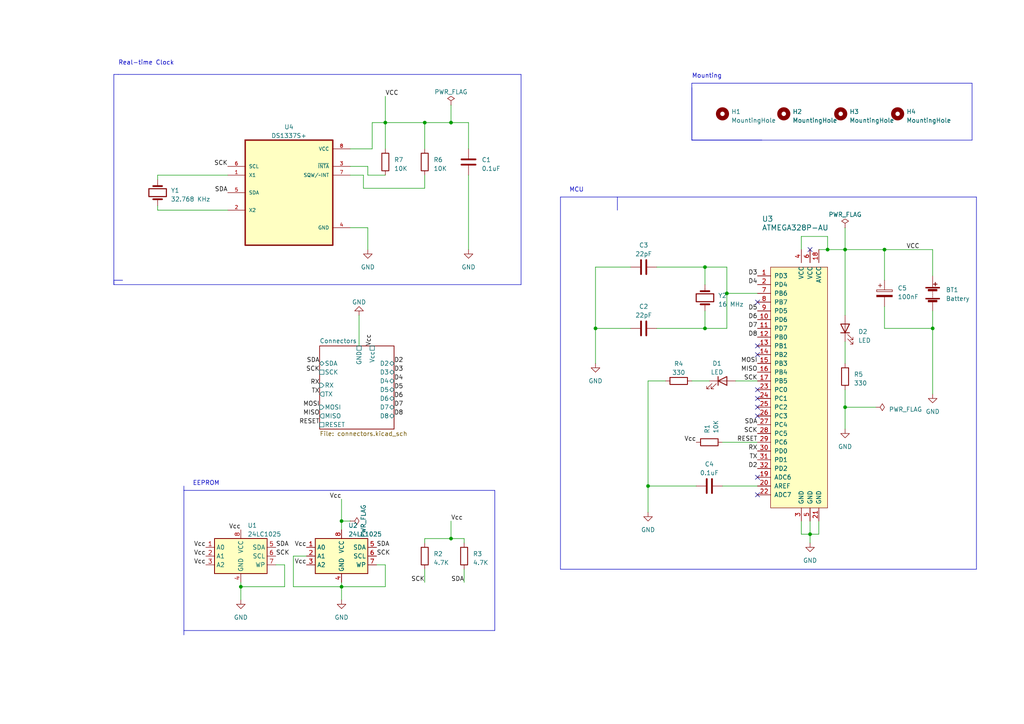
<source format=kicad_sch>
(kicad_sch (version 20230121) (generator eeschema)
  (paper "A4")
  (title_block (title "${project_name}") (date "2023-08-18") (rev "1") (comment 1 "Test project"))
  (lib_symbols
    (symbol "DS1337S_:DS1337S+" (pin_names (offset 1.016))
      (property "Reference" "U" (at -12.7 16.24 0))
      (property "Value" "DS1337S+" (at -12.7 -19.24 0))
      (symbol "DS1337S+_0_0"
        (rectangle (start -12.7 -15.24) (end 12.7 15.24) (stroke (width 0.41)) (fill (type background)))
        (pin input line (at -17.78 5.08 0) (length 5.08) (name "X1") (number "1"))
        (pin bidirectional line (at -17.78 -5.08 0) (length 5.08) (name "X2") (number "2"))
        (pin output line (at 17.78 7.62 180) (length 5.08) (name "~{INTA}") (number "3"))
        (pin power_in line (at 17.78 -10.16 180) (length 5.08) (name "GND") (number "4"))
        (pin bidirectional line (at -17.78 0 0) (length 5.08) (name "SDA") (number "5"))
        (pin input line (at -17.78 7.62 0) (length 5.08) (name "SCL") (number "6"))
        (pin output line (at 17.78 5.08 180) (length 5.08) (name "SQW/~INT") (number "7"))
        (pin power_in line (at 17.78 12.7 180) (length 5.08) (name "VCC") (number "8"))
      )
    )
    (symbol "Device:Battery" (pin_numbers hide) (pin_names (offset 0) hide)
      (property "Reference" "BT" (at 2.54 2.54 0))
      (property "Value" "Battery" (at 2.54 0 0))
      (symbol "Battery_0_1"
        (rectangle (start -2.032 -1.397) (end 2.032 -1.651) (fill (type outline)))
        (rectangle (start -2.032 1.778) (end 2.032 1.524) (fill (type outline)))
        (rectangle (start -1.3208 -1.9812) (end 1.27 -2.4892) (fill (type outline)))
        (rectangle (start -1.3208 1.1938) (end 1.27 0.6858) (fill (type outline)))
        (polyline (pts (xy 0 -1.524) (xy 0 -1.27)))
        (polyline (pts (xy 0 -1.016) (xy 0 -0.762)))
        (polyline (pts (xy 0 -0.508) (xy 0 -0.254)))
        (polyline (pts (xy 0 0) (xy 0 0.254)))
        (polyline (pts (xy 0 0.508) (xy 0 0.762)))
        (polyline (pts (xy 0 1.778) (xy 0 2.54)))
        (polyline (pts (xy 0.254 2.667) (xy 1.27 2.667)) (stroke (width 0.254)))
        (polyline (pts (xy 0.762 3.175) (xy 0.762 2.159)) (stroke (width 0.254)))
      )
      (symbol "Battery_1_1"
        (pin passive line (at 0 5.08 270) (length 2.54) (name "+") (number "1"))
        (pin passive line (at 0 -5.08 90) (length 2.54) (name "-") (number "2"))
      )
    )
    (symbol "Device:C" (pin_numbers hide) (pin_names (offset 0.254))
      (property "Reference" "C" (at 0.635 2.54 0))
      (property "Value" "C" (at 0.635 -2.54 0))
      (symbol "C_0_1"
        (polyline (pts (xy -2.032 -0.762) (xy 2.032 -0.762)) (stroke (width 0.508)))
        (polyline (pts (xy -2.032 0.762) (xy 2.032 0.762)) (stroke (width 0.508)))
      )
      (symbol "C_1_1"
        (pin passive line (at 0 3.81 270) (length 2.794) (name "~") (number "1"))
        (pin passive line (at 0 -3.81 90) (length 2.794) (name "~") (number "2"))
      )
    )
    (symbol "Device:C_Polarized" (pin_numbers hide) (pin_names (offset 0.254))
      (property "Reference" "C" (at 0.635 2.54 0))
      (property "Value" "C_Polarized" (at 0.635 -2.54 0))
      (symbol "C_Polarized_0_1"
        (rectangle (start -2.286 0.508) (end 2.286 1.016))
        (polyline (pts (xy -1.778 2.286) (xy -0.762 2.286)))
        (polyline (pts (xy -1.27 2.794) (xy -1.27 1.778)))
        (rectangle (start 2.286 -0.508) (end -2.286 -1.016) (fill (type outline)))
      )
      (symbol "C_Polarized_1_1"
        (pin passive line (at 0 3.81 270) (length 2.794) (name "~") (number "1"))
        (pin passive line (at 0 -3.81 90) (length 2.794) (name "~") (number "2"))
      )
    )
    (symbol "Device:Crystal" (pin_numbers hide) (pin_names (offset 1.016) hide)
      (property "Reference" "Y" (at 0 3.81 0))
      (property "Value" "Crystal" (at 0 -3.81 0))
      (symbol "Crystal_0_1"
        (rectangle (start -1.143 2.54) (end 1.143 -2.54) (stroke (width 0.3048)))
        (polyline (pts (xy -2.54 0) (xy -1.905 0)))
        (polyline (pts (xy -1.905 -1.27) (xy -1.905 1.27)) (stroke (width 0.508)))
        (polyline (pts (xy 1.905 -1.27) (xy 1.905 1.27)) (stroke (width 0.508)))
        (polyline (pts (xy 2.54 0) (xy 1.905 0)))
      )
      (symbol "Crystal_1_1"
        (pin passive line (at -3.81 0 0) (length 1.27) (name "1") (number "1"))
        (pin passive line (at 3.81 0 180) (length 1.27) (name "2") (number "2"))
      )
    )
    (symbol "Device:LED" (pin_numbers hide) (pin_names (offset 1.016) hide)
      (property "Reference" "D" (at 0 2.54 0))
      (property "Value" "LED" (at 0 -2.54 0))
      (symbol "LED_0_1"
        (polyline (pts (xy -1.27 -1.27) (xy -1.27 1.27)) (stroke (width 0.254)))
        (polyline (pts (xy -1.27 0) (xy 1.27 0)))
        (polyline (pts (xy 1.27 -1.27) (xy 1.27 1.27) (xy -1.27 0) (xy 1.27 -1.27)) (stroke (width 0.254)))
        (polyline (pts (xy -3.048 -0.762) (xy -4.572 -2.286) (xy -3.81 -2.286) (xy -4.572 -2.286) (xy -4.572 -1.524)))
        (polyline (pts (xy -1.778 -0.762) (xy -3.302 -2.286) (xy -2.54 -2.286) (xy -3.302 -2.286) (xy -3.302 -1.524)))
      )
      (symbol "LED_1_1"
        (pin passive line (at -3.81 0 0) (length 2.54) (name "K") (number "1"))
        (pin passive line (at 3.81 0 180) (length 2.54) (name "A") (number "2"))
      )
    )
    (symbol "Device:R" (pin_numbers hide) (pin_names (offset 0))
      (property "Reference" "R" (at 2.032 0 90))
      (property "Value" "R" (at 0 0 90))
      (symbol "R_0_1"
        (rectangle (start -1.016 -2.54) (end 1.016 2.54) (stroke (width 0.254)))
      )
      (symbol "R_1_1"
        (pin passive line (at 0 3.81 270) (length 1.27) (name "~") (number "1"))
        (pin passive line (at 0 -3.81 90) (length 1.27) (name "~") (number "2"))
      )
    )
    (symbol "Mechanical:MountingHole" (pin_names (offset 1.016))
      (property "Reference" "H" (at 0 5.08 0))
      (property "Value" "MountingHole" (at 0 3.175 0))
      (symbol "MountingHole_0_1"
        (circle (center 0 0) (radius 1.27) (stroke (width 1.27)))
      )
    )
    (symbol "Memory_EEPROM:24LC1025"
      (property "Reference" "U" (at -6.35 6.35 0))
      (property "Value" "24LC1025" (at 1.27 6.35 0))
      (symbol "24LC1025_1_1"
        (rectangle (start -7.62 5.08) (end 7.62 -5.08) (stroke (width 0.254)) (fill (type background)))
        (pin input line (at -10.16 2.54 0) (length 2.54) (name "A0") (number "1"))
        (pin input line (at -10.16 0 0) (length 2.54) (name "A1") (number "2"))
        (pin input line (at -10.16 -2.54 0) (length 2.54) (name "A2") (number "3"))
        (pin power_in line (at 0 -7.62 90) (length 2.54) (name "GND") (number "4"))
        (pin bidirectional line (at 10.16 2.54 180) (length 2.54) (name "SDA") (number "5"))
        (pin input line (at 10.16 0 180) (length 2.54) (name "SCL") (number "6"))
        (pin input line (at 10.16 -2.54 180) (length 2.54) (name "WP") (number "7"))
        (pin power_in line (at 0 7.62 270) (length 2.54) (name "VCC") (number "8"))
      )
    )
    (symbol "dk_Embedded-Microcontrollers:ATMEGA328P-AU" (pin_names (offset 1.016))
      (property "Reference" "U" (at -8.89 38.1 0))
      (property "Value" "ATMEGA328P-AU" (at 2.54 1.27 90))
      (symbol "ATMEGA328P-AU_0_1"
        (rectangle (start -8.89 35.56) (end 7.62 -34.29) (fill (type background)))
      )
      (symbol "ATMEGA328P-AU_1_1"
        (pin bidirectional line (at -12.7 33.02 0) (length 3.81) (name "PD3") (number "1"))
        (pin bidirectional line (at -12.7 20.32 0) (length 3.81) (name "PD6") (number "10"))
        (pin bidirectional line (at -12.7 17.78 0) (length 3.81) (name "PD7") (number "11"))
        (pin bidirectional line (at -12.7 15.24 0) (length 3.81) (name "PB0") (number "12"))
        (pin bidirectional line (at -12.7 12.7 0) (length 3.81) (name "PB1") (number "13"))
        (pin bidirectional line (at -12.7 10.16 0) (length 3.81) (name "PB2") (number "14"))
        (pin bidirectional line (at -12.7 7.62 0) (length 3.81) (name "PB3") (number "15"))
        (pin bidirectional line (at -12.7 5.08 0) (length 3.81) (name "PB4") (number "16"))
        (pin bidirectional line (at -12.7 2.54 0) (length 3.81) (name "PB5") (number "17"))
        (pin power_in line (at 5.08 40.64 270) (length 3.81) (name "AVCC") (number "18"))
        (pin input line (at -12.7 -25.4 0) (length 3.81) (name "ADC6") (number "19"))
        (pin bidirectional line (at -12.7 30.48 0) (length 3.81) (name "PD4") (number "2"))
        (pin input line (at -12.7 -27.94 0) (length 3.81) (name "AREF") (number "20"))
        (pin power_in line (at 5.08 -38.1 90) (length 3.81) (name "GND") (number "21"))
        (pin input line (at -12.7 -30.48 0) (length 3.81) (name "ADC7") (number "22"))
        (pin bidirectional line (at -12.7 0 0) (length 3.81) (name "PC0") (number "23"))
        (pin bidirectional line (at -12.7 -2.54 0) (length 3.81) (name "PC1") (number "24"))
        (pin bidirectional line (at -12.7 -5.08 0) (length 3.81) (name "PC2") (number "25"))
        (pin bidirectional line (at -12.7 -7.62 0) (length 3.81) (name "PC3") (number "26"))
        (pin bidirectional line (at -12.7 -10.16 0) (length 3.81) (name "PC4") (number "27"))
        (pin bidirectional line (at -12.7 -12.7 0) (length 3.81) (name "PC5") (number "28"))
        (pin bidirectional line (at -12.7 -15.24 0) (length 3.81) (name "PC6") (number "29"))
        (pin power_in line (at 0 -38.1 90) (length 3.81) (name "GND") (number "3"))
        (pin bidirectional line (at -12.7 -17.78 0) (length 3.81) (name "PD0") (number "30"))
        (pin bidirectional line (at -12.7 -20.32 0) (length 3.81) (name "PD1") (number "31"))
        (pin bidirectional line (at -12.7 -22.86 0) (length 3.81) (name "PD2") (number "32"))
        (pin power_in line (at 0 40.64 270) (length 3.81) (name "VCC") (number "4"))
        (pin power_in line (at 2.54 -38.1 90) (length 3.81) (name "GND") (number "5"))
        (pin power_in line (at 2.54 40.64 270) (length 3.81) (name "VCC") (number "6"))
        (pin bidirectional line (at -12.7 27.94 0) (length 3.81) (name "PB6") (number "7"))
        (pin bidirectional line (at -12.7 25.4 0) (length 3.81) (name "PB7") (number "8"))
        (pin bidirectional line (at -12.7 22.86 0) (length 3.81) (name "PD5") (number "9"))
      )
    )
    (symbol "power:GND" (power) (pin_names (offset 0))
      (property "Value" "GND" (at 0 -3.81 0))
      (symbol "GND_0_1"
        (polyline (pts (xy 0 0) (xy 0 -1.27) (xy 1.27 -1.27) (xy 0 -2.54) (xy -1.27 -1.27) (xy 0 -1.27)))
      )
      (symbol "GND_1_1"
        (pin power_in line (at 0 0 270) (length 0) hide (name "GND") (number "1"))
      )
    )
    (symbol "power:PWR_FLAG" (power) (pin_numbers hide) (pin_names (offset 0) hide)
      (property "Value" "PWR_FLAG" (at 0 3.81 0))
      (symbol "PWR_FLAG_0_0"
        (pin power_out line (at 0 0 90) (length 0) (name "pwr") (number "1"))
      )
      (symbol "PWR_FLAG_0_1"
        (polyline (pts (xy 0 0) (xy 0 1.27) (xy -1.016 1.905) (xy 0 2.54) (xy 1.016 1.905) (xy 0 1.27)))
      )
    )
  )
  (junction (at 69.85 170.18))
  (junction (at 130.81 35.56))
  (junction (at 187.96 140.97))
  (junction (at 204.47 95.25))
  (junction (at 270.51 95.25))
  (junction (at 240.03 72.39))
  (junction (at 130.81 156.21))
  (junction (at 245.11 118.11))
  (junction (at 245.11 72.39))
  (junction (at 123.19 35.56))
  (junction (at 234.95 154.94))
  (junction (at 204.47 77.47))
  (junction (at 99.06 151.13))
  (junction (at 210.82 85.09))
  (junction (at 256.54 72.39))
  (junction (at 172.72 95.25))
  (junction (at 111.76 35.56))
  (junction (at 99.06 170.18))
  (no_connect (at 234.95 72.39))
  (no_connect (at 219.71 118.11))
  (no_connect (at 219.71 138.43))
  (no_connect (at 219.71 102.87))
  (no_connect (at 219.71 120.65))
  (no_connect (at 219.71 115.57))
  (no_connect (at 219.71 113.03))
  (no_connect (at 219.71 143.51))
  (no_connect (at 219.71 100.33))
  (no_connect (at 219.71 87.63))
  (polyline (pts (xy 162.56 165.1) (xy 283.21 165.1)))
  (wire (pts (xy 130.81 151.13) (xy 130.81 156.21)))
  (wire (pts (xy 237.49 72.39) (xy 240.03 72.39)))
  (polyline (pts (xy 162.56 57.15) (xy 283.21 57.15)))
  (wire (pts (xy 256.54 81.28) (xy 256.54 72.39)))
  (wire (pts (xy 210.82 85.09) (xy 210.82 95.25)))
  (wire (pts (xy 232.41 154.94) (xy 234.95 154.94)))
  (wire (pts (xy 80.01 163.83) (xy 82.55 163.83)))
  (wire (pts (xy 204.47 95.25) (xy 210.82 95.25)))
  (wire (pts (xy 182.88 95.25) (xy 172.72 95.25)))
  (wire (pts (xy 135.89 50.8) (xy 135.89 72.39)))
  (wire (pts (xy 245.11 72.39) (xy 245.11 91.44)))
  (wire (pts (xy 85.09 170.18) (xy 99.06 170.18)))
  (wire (pts (xy 101.6 43.18) (xy 107.95 43.18)))
  (wire (pts (xy 69.85 168.91) (xy 69.85 170.18)))
  (wire (pts (xy 106.68 66.04) (xy 106.68 72.39)))
  (wire (pts (xy 201.93 140.97) (xy 187.96 140.97)))
  (wire (pts (xy 213.36 110.49) (xy 219.71 110.49)))
  (wire (pts (xy 123.19 54.61) (xy 123.19 50.8)))
  (wire (pts (xy 200.66 110.49) (xy 205.74 110.49)))
  (wire (pts (xy 99.06 170.18) (xy 99.06 173.99)))
  (wire (pts (xy 204.47 77.47) (xy 204.47 82.55)))
  (wire (pts (xy 105.41 54.61) (xy 123.19 54.61)))
  (wire (pts (xy 82.55 163.83) (xy 82.55 170.18)))
  (wire (pts (xy 245.11 113.03) (xy 245.11 118.11)))
  (wire (pts (xy 219.71 85.09) (xy 210.82 85.09)))
  (wire (pts (xy 88.9 161.29) (xy 85.09 161.29)))
  (wire (pts (xy 66.04 50.8) (xy 45.72 50.8)))
  (wire (pts (xy 245.11 66.04) (xy 245.11 72.39)))
  (wire (pts (xy 172.72 77.47) (xy 172.72 95.25)))
  (wire (pts (xy 69.85 170.18) (xy 69.85 173.99)))
  (wire (pts (xy 123.19 165.1) (xy 123.19 168.91)))
  (wire (pts (xy 85.09 161.29) (xy 85.09 170.18)))
  (wire (pts (xy 111.76 35.56) (xy 111.76 43.18)))
  (polyline (pts (xy 151.13 21.59) (xy 151.13 82.55)))
  (wire (pts (xy 106.68 50.8) (xy 111.76 50.8)))
  (wire (pts (xy 232.41 68.58) (xy 240.03 68.58)))
  (polyline (pts (xy 200.66 24.13) (xy 200.66 40.64)))
  (wire (pts (xy 135.89 35.56) (xy 135.89 43.18)))
  (wire (pts (xy 209.55 128.27) (xy 219.71 128.27)))
  (wire (pts (xy 134.62 156.21) (xy 130.81 156.21)))
  (polyline (pts (xy 34.29 21.59) (xy 151.13 21.59)))
  (wire (pts (xy 130.81 156.21) (xy 123.19 156.21)))
  (wire (pts (xy 111.76 170.18) (xy 99.06 170.18)))
  (polyline (pts (xy 179.07 57.15) (xy 179.07 60.96)))
  (wire (pts (xy 256.54 95.25) (xy 270.51 95.25)))
  (wire (pts (xy 104.14 91.44) (xy 104.14 100.33)))
  (wire (pts (xy 187.96 110.49) (xy 187.96 140.97)))
  (wire (pts (xy 245.11 118.11) (xy 254 118.11)))
  (wire (pts (xy 234.95 154.94) (xy 234.95 157.48)))
  (wire (pts (xy 232.41 151.13) (xy 232.41 154.94)))
  (wire (pts (xy 190.5 95.25) (xy 204.47 95.25)))
  (wire (pts (xy 109.22 163.83) (xy 111.76 163.83)))
  (wire (pts (xy 101.6 48.26) (xy 106.68 48.26)))
  (polyline (pts (xy 33.02 21.59) (xy 34.29 21.59)))
  (wire (pts (xy 234.95 151.13) (xy 234.95 154.94)))
  (wire (pts (xy 256.54 88.9) (xy 256.54 95.25)))
  (wire (pts (xy 99.06 151.13) (xy 101.6 151.13)))
  (polyline (pts (xy 281.94 40.64) (xy 281.94 24.13)))
  (wire (pts (xy 123.19 35.56) (xy 123.19 43.18)))
  (wire (pts (xy 187.96 140.97) (xy 187.96 148.59)))
  (wire (pts (xy 45.72 60.96) (xy 66.04 60.96)))
  (polyline (pts (xy 200.66 40.64) (xy 281.94 40.64)))
  (wire (pts (xy 99.06 151.13) (xy 99.06 153.67)))
  (polyline (pts (xy 53.34 142.24) (xy 53.34 184.15)))
  (polyline (pts (xy 143.51 182.88) (xy 143.51 142.24)))
  (wire (pts (xy 245.11 99.06) (xy 245.11 105.41)))
  (wire (pts (xy 210.82 77.47) (xy 210.82 85.09)))
  (wire (pts (xy 172.72 95.25) (xy 172.72 105.41)))
  (wire (pts (xy 270.51 95.25) (xy 270.51 114.3)))
  (wire (pts (xy 193.04 110.49) (xy 187.96 110.49)))
  (wire (pts (xy 130.81 35.56) (xy 135.89 35.56)))
  (wire (pts (xy 45.72 59.69) (xy 45.72 60.96)))
  (polyline (pts (xy 283.21 165.1) (xy 283.21 57.15)))
  (polyline (pts (xy 53.34 140.97) (xy 53.34 142.24)))
  (polyline (pts (xy 162.56 57.15) (xy 162.56 165.1)))
  (polyline (pts (xy 33.02 82.55) (xy 33.02 81.28)))
  (wire (pts (xy 256.54 72.39) (xy 245.11 72.39)))
  (wire (pts (xy 99.06 168.91) (xy 99.06 170.18)))
  (wire (pts (xy 240.03 68.58) (xy 240.03 72.39)))
  (wire (pts (xy 270.51 80.01) (xy 270.51 72.39)))
  (wire (pts (xy 101.6 50.8) (xy 105.41 50.8)))
  (wire (pts (xy 130.81 30.48) (xy 130.81 35.56)))
  (wire (pts (xy 270.51 72.39) (xy 256.54 72.39)))
  (wire (pts (xy 209.55 140.97) (xy 219.71 140.97)))
  (wire (pts (xy 105.41 50.8) (xy 105.41 54.61)))
  (wire (pts (xy 134.62 157.48) (xy 134.62 156.21)))
  (wire (pts (xy 237.49 154.94) (xy 234.95 154.94)))
  (polyline (pts (xy 200.66 40.64) (xy 220.98 40.64)))
  (wire (pts (xy 232.41 72.39) (xy 232.41 68.58)))
  (wire (pts (xy 123.19 35.56) (xy 130.81 35.56)))
  (wire (pts (xy 111.76 163.83) (xy 111.76 170.18)))
  (wire (pts (xy 111.76 35.56) (xy 123.19 35.56)))
  (wire (pts (xy 172.72 77.47) (xy 182.88 77.47)))
  (wire (pts (xy 111.76 27.94) (xy 111.76 35.56)))
  (polyline (pts (xy 33.02 82.55) (xy 33.02 21.59)))
  (polyline (pts (xy 53.34 142.24) (xy 143.51 142.24)))
  (wire (pts (xy 204.47 77.47) (xy 210.82 77.47)))
  (wire (pts (xy 190.5 77.47) (xy 204.47 77.47)))
  (wire (pts (xy 270.51 90.17) (xy 270.51 95.25)))
  (wire (pts (xy 204.47 90.17) (xy 204.47 95.25)))
  (polyline (pts (xy 151.13 82.55) (xy 33.02 82.55)))
  (wire (pts (xy 134.62 165.1) (xy 134.62 168.91)))
  (wire (pts (xy 237.49 151.13) (xy 237.49 154.94)))
  (wire (pts (xy 107.95 43.18) (xy 107.95 35.56)))
  (wire (pts (xy 245.11 118.11) (xy 245.11 124.46)))
  (wire (pts (xy 69.85 170.18) (xy 82.55 170.18)))
  (polyline (pts (xy 200.66 25.4) (xy 200.66 40.64)))
  (polyline (pts (xy 281.94 24.13) (xy 200.66 24.13)))
  (wire (pts (xy 101.6 66.04) (xy 106.68 66.04)))
  (polyline (pts (xy 53.34 182.88) (xy 143.51 182.88)))
  (wire (pts (xy 45.72 50.8) (xy 45.72 52.07)))
  (wire (pts (xy 240.03 72.39) (xy 245.11 72.39)))
  (wire (pts (xy 99.06 144.78) (xy 99.06 151.13)))
  (wire (pts (xy 106.68 48.26) (xy 106.68 50.8)))
  (wire (pts (xy 123.19 156.21) (xy 123.19 157.48)))
  (wire (pts (xy 107.95 35.56) (xy 111.76 35.56)))
  (polyline (pts (xy 33.02 81.28) (xy 35.56 81.28)))
  (text "Mounting" (at 200.66 22.86 0) (effects (font (size 1.27 1.27)) (justify left bottom)))
  (text "Real-time Clock" (at 34.29 19.05 0) (effects (font (size 1.27 1.27)) (justify left bottom)))
  (text "MCU" (at 165.1 55.88 0) (effects (font (size 1.27 1.27)) (justify left bottom)))
  (text "EEPROM\n" (at 55.88 140.97 0) (effects (font (size 1.27 1.27)) (justify left bottom)))
  (label "Vcc" (at 201.93 128.27 180))
  (label "D5" (at 219.71 90.17 180))
  (label "Vcc" (at 59.69 163.83 180))
  (label "Vcc" (at 59.69 158.75 180))
  (label "SCK" (at 109.22 161.29 0))
  (label "RX" (at 219.71 130.81 180))
  (label "Vcc" (at 59.69 161.29 180))
  (label "MISO" (at 92.71 120.65 180))
  (label "SDA" (at 92.71 105.41 180))
  (label "SDA" (at 134.62 168.91 180))
  (label "D7" (at 114.3 118.11 0))
  (label "SCK" (at 219.71 125.73 180))
  (label "RESET" (at 219.71 128.27 180))
  (label "D2" (at 114.3 105.41 0))
  (label "SDA" (at 109.22 158.75 0))
  (label "D8" (at 219.71 97.79 180))
  (label "D6" (at 219.71 92.71 180))
  (label "TX" (at 92.71 114.3 180))
  (label "D4" (at 114.3 110.49 0))
  (label "Vcc" (at 130.81 151.13 0))
  (label "Vcc" (at 107.95 100.33 90))
  (label "Vcc" (at 99.06 144.78 180))
  (label "Vcc" (at 69.85 153.67 180))
  (label "MISO" (at 219.71 107.95 180))
  (label "D2" (at 219.71 135.89 180))
  (label "RX" (at 92.71 111.76 180))
  (label "VCC" (at 111.76 27.94 0))
  (label "D8" (at 114.3 120.65 0))
  (label "MOSI" (at 92.71 118.11 180))
  (label "D6" (at 114.3 115.57 0))
  (label "Vcc" (at 88.9 158.75 180))
  (label "SCK" (at 219.71 110.49 180))
  (label "SDA" (at 219.71 123.19 180))
  (label "SCK" (at 80.01 161.29 0))
  (label "D4" (at 219.71 82.55 180))
  (label "SCK" (at 123.19 168.91 180))
  (label "D7" (at 219.71 95.25 180))
  (label "VCC" (at 262.89 72.39 0))
  (label "TX" (at 219.71 133.35 180))
  (label "SDA" (at 80.01 158.75 0))
  (label "D3" (at 219.71 80.01 180))
  (label "SDA" (at 66.04 55.88 180))
  (label "D3" (at 114.3 107.95 0))
  (label "D5" (at 114.3 113.03 0))
  (label "SCK" (at 92.71 107.95 180))
  (label "RESET" (at 92.71 123.19 180))
  (label "MOSI" (at 219.71 105.41 180))
  (label "SCK" (at 66.04 48.26 180))
  (label "Vcc" (at 88.9 163.83 180))
  (symbol (lib_id "dk_Embedded-Microcontrollers:ATMEGA328P-AU") (at 232.41 113.03 0) (unit 1)
    (property "Reference" "U3" (at 220.98 63.5 0) (effects (font (size 1.524 1.524)) (justify left)))
    (property "Value" "ATMEGA328P-AU" (at 220.98 66.04 0) (effects (font (size 1.524 1.524)) (justify left)))
    (property "Footprint" "Datalogger Clock Footprints:QFP80P900X900X120-32N" (effects hide))
    (property "Datasheet" "http://www.microchip.com/mymicrochip/filehandler.aspx?ddocname=en608326" (effects hide))
    (property "Digi-Key_PN" "ATMEGA328P-AU-ND" (effects hide))
    (property "MPN" "ATMEGA328P-AU" (effects hide))
    (property "Category" "Integrated Circuits (ICs)" (effects hide))
    (property "Family" "Embedded - Microcontrollers" (effects hide))
    (property "DK_Datasheet_Link" "http://www.microchip.com/mymicrochip/filehandler.aspx?ddocname=en608326" (effects hide))
    (property "DK_Detail_Page" "/product-detail/en/microchip-technology/ATMEGA328P-AU/ATMEGA328P-AU-ND/1832260" (effects hide))
    (property "Description" "IC MCU 8BIT 32KB FLASH 32TQFP" (effects hide))
    (property "Manufacturer" "Microchip Technology" (effects hide))
    (property "Status" "Active" (effects hide))
  )
  (symbol (lib_id "Device:R") (at 205.74 128.27 90) (unit 1)
    (property "Reference" "R1" (at 205.105 125.73 0) (effects (justify left)))
    (property "Value" "10K" (at 207.645 125.73 0) (effects (justify left)))
    (property "Footprint" "Resistor_SMD:R_0805_2012Metric" (effects hide))
  )
  (symbol (lib_id "Mechanical:MountingHole") (at 243.84 33.02 0) (unit 1)
    (property "Reference" "H3" (at 246.38 32.385 0) (effects (justify left)))
    (property "Value" "MountingHole" (at 246.38 34.925 0) (effects (justify left)))
    (property "Footprint" "MountingHole:MountingHole_2.1mm" (effects hide))
  )
  (symbol (lib_id "Device:R") (at 111.76 46.99 0) (unit 1)
    (property "Reference" "R7" (at 114.3 46.355 0) (effects (justify left)))
    (property "Value" "10K" (at 114.3 48.895 0) (effects (justify left)))
    (property "Footprint" "Resistor_SMD:R_0805_2012Metric" (effects hide))
  )
  (symbol (lib_id "Mechanical:MountingHole") (at 227.33 33.02 0) (unit 1)
    (property "Reference" "H2" (at 229.87 32.385 0) (effects (justify left)))
    (property "Value" "MountingHole" (at 229.87 34.925 0) (effects (justify left)))
    (property "Footprint" "MountingHole:MountingHole_2.1mm" (effects hide))
  )
  (symbol (lib_id "Device:Crystal") (at 45.72 55.88 90) (unit 1)
    (property "Reference" "Y1" (at 49.53 55.245 90) (effects (justify right)))
    (property "Value" "32.768 KHz" (at 49.53 57.785 90) (effects (justify right)))
    (property "Footprint" "Crystal:Crystal_SMD_5032-2Pin_5.0x3.2mm_HandSoldering" (effects hide))
  )
  (symbol (lib_id "power:GND") (at 172.72 105.41 0) (unit 1)
    (property "Reference" "#PWR08" (effects hide))
    (property "Value" "GND" (at 172.72 110.49 0))
  )
  (symbol (lib_id "power:GND") (at 69.85 173.99 0) (unit 1)
    (property "Reference" "#PWR03" (effects hide))
    (property "Value" "GND" (at 69.85 179.07 0))
  )
  (symbol (lib_id "Mechanical:MountingHole") (at 260.35 33.02 0) (unit 1)
    (property "Reference" "H4" (at 262.89 32.385 0) (effects (justify left)))
    (property "Value" "MountingHole" (at 262.89 34.925 0) (effects (justify left)))
    (property "Footprint" "MountingHole:MountingHole_2.1mm" (effects hide))
  )
  (symbol (lib_id "power:GND") (at 270.51 114.3 0) (unit 1)
    (property "Reference" "#PWR07" (effects hide))
    (property "Value" "GND" (at 270.51 119.38 0))
  )
  (symbol (lib_id "power:PWR_FLAG") (at 130.81 30.48 0) (unit 1)
    (property "Reference" "#FLG03" (effects hide))
    (property "Value" "PWR_FLAG" (at 130.81 26.67 0))
  )
  (symbol (lib_id "power:GND") (at 245.11 124.46 0) (unit 1)
    (property "Reference" "#PWR06" (effects hide))
    (property "Value" "GND" (at 245.11 129.54 0))
  )
  (symbol (lib_id "DS1337S_:DS1337S+") (at 83.82 55.88 0) (unit 1)
    (property "Reference" "U4" (at 83.82 36.83 0))
    (property "Value" "DS1337S+" (at 83.82 39.37 0))
    (property "Footprint" "Datalogger Clock Footprints:SOIC127P600X175-8N" (effects hide))
    (property "MF" "Analog Devices" (effects hide))
    (property "Description" "\nReal Time Clock (RTC) IC Clock/Calendar - I²C, 2-Wire Serial 8-SOIC (0.154, 3.90mm Width)\n" (effects hide))
    (property "Package" "SOIC-8 Maxim" (effects hide))
    (property "Price" "None" (effects hide))
    (property "SnapEDA_Link" "https://www.snapeda.com/parts/DS1337S/Analog+Devices/view-part/?ref=snap" (effects hide))
    (property "MP" "DS1337S" (effects hide))
    (property "Purchase-URL" "https://pricing.snapeda.com/search?q=DS1337S&ref=eda" (effects hide))
    (property "Availability" "In Stock" (effects hide))
    (property "Check_prices" "https://www.snapeda.com/parts/DS1337S/Analog+Devices/view-part/?ref=eda" (effects hide))
  )
  (symbol (lib_id "Device:R") (at 196.85 110.49 90) (unit 1)
    (property "Reference" "R4" (at 196.85 105.5084 90))
    (property "Value" "330" (at 196.85 108.0484 90))
    (property "Footprint" "Resistor_SMD:R_0805_2012Metric" (effects hide))
  )
  (symbol (lib_id "Device:R") (at 123.19 161.29 0) (unit 1)
    (property "Reference" "R2" (at 125.73 160.655 0) (effects (justify left)))
    (property "Value" "4.7K" (at 125.73 163.195 0) (effects (justify left)))
    (property "Footprint" "Resistor_SMD:R_0805_2012Metric" (effects hide))
  )
  (symbol (lib_id "power:PWR_FLAG") (at 254 118.11 270) (unit 1)
    (property "Reference" "#FLG02" (effects hide))
    (property "Value" "PWR_FLAG" (at 257.81 118.745 90) (effects (justify left)))
  )
  (symbol (lib_id "power:GND") (at 187.96 148.59 0) (unit 1)
    (property "Reference" "#PWR09" (effects hide))
    (property "Value" "GND" (at 187.96 153.67 0))
  )
  (symbol (lib_id "power:GND") (at 99.06 173.99 0) (unit 1)
    (property "Reference" "#PWR04" (effects hide))
    (property "Value" "GND" (at 99.06 179.07 0))
  )
  (symbol (lib_id "power:GND") (at 135.89 72.39 0) (unit 1)
    (property "Reference" "#PWR02" (effects hide))
    (property "Value" "GND" (at 135.89 77.47 0))
  )
  (symbol (lib_id "Device:R") (at 245.11 109.22 0) (unit 1)
    (property "Reference" "R5" (at 247.65 108.585 0) (effects (justify left)))
    (property "Value" "330" (at 247.65 111.125 0) (effects (justify left)))
    (property "Footprint" "Resistor_SMD:R_0805_2012Metric" (effects hide))
  )
  (symbol (lib_id "Device:Crystal") (at 204.47 86.36 90) (unit 1)
    (property "Reference" "Y2" (at 208.28 85.725 90) (effects (justify right)))
    (property "Value" "16 MHz" (at 208.28 88.265 90) (effects (justify right)))
    (property "Footprint" "Crystal:Crystal_SMD_5032-2Pin_5.0x3.2mm_HandSoldering" (effects hide))
  )
  (symbol (lib_id "Device:C") (at 205.74 140.97 90) (unit 1)
    (property "Reference" "C4" (at 205.74 134.62 90))
    (property "Value" "0.1uF" (at 205.74 137.16 90))
    (property "Footprint" "Capacitor_SMD:C_0805_2012Metric" (effects hide))
  )
  (symbol (lib_id "power:GND") (at 234.95 157.48 0) (unit 1)
    (property "Reference" "#PWR05" (effects hide))
    (property "Value" "GND" (at 234.95 162.56 0))
  )
  (symbol (lib_id "power:PWR_FLAG") (at 101.6 151.13 270) (unit 1)
    (property "Reference" "#FLG04" (effects hide))
    (property "Value" "PWR_FLAG" (at 105.41 151.13 0))
  )
  (symbol (lib_id "Memory_EEPROM:24LC1025") (at 99.06 161.29 0) (unit 1)
    (property "Reference" "U2" (at 101.0159 152.4 0) (effects (justify left)))
    (property "Value" "24LC1025" (at 101.0159 154.94 0) (effects (justify left)))
    (property "Footprint" "Package_SO:SOIC-8_5.23x5.23mm_P1.27mm" (effects hide))
    (property "Datasheet" "http://ww1.microchip.com/downloads/en/DeviceDoc/21941B.pdf" (effects hide))
  )
  (symbol (lib_id "Device:C") (at 186.69 77.47 90) (unit 1)
    (property "Reference" "C3" (at 186.69 71.12 90))
    (property "Value" "22pF" (at 186.69 73.66 90))
    (property "Footprint" "Capacitor_SMD:C_0805_2012Metric" (effects hide))
  )
  (symbol (lib_id "Device:C_Polarized") (at 256.54 85.09 0) (unit 1)
    (property "Reference" "C5" (at 260.35 83.566 0) (effects (justify left)))
    (property "Value" "100nF" (at 260.35 86.106 0) (effects (justify left)))
    (property "Footprint" "Capacitor_SMD:C_0805_2012Metric" (effects hide))
  )
  (symbol (lib_id "Mechanical:MountingHole") (at 209.55 33.02 0) (unit 1)
    (property "Reference" "H1" (at 212.09 32.385 0) (effects (justify left)))
    (property "Value" "MountingHole" (at 212.09 34.925 0) (effects (justify left)))
    (property "Footprint" "MountingHole:MountingHole_2.1mm" (effects hide))
  )
  (symbol (lib_id "Device:C") (at 186.69 95.25 90) (unit 1)
    (property "Reference" "C2" (at 186.69 88.9 90))
    (property "Value" "22pF" (at 186.69 91.44 90))
    (property "Footprint" "Capacitor_SMD:C_0805_2012Metric" (effects hide))
  )
  (symbol (lib_id "Device:C") (at 135.89 46.99 0) (unit 1)
    (property "Reference" "C1" (at 139.7 46.355 0) (effects (justify left)))
    (property "Value" "0.1uF" (at 139.7 48.895 0) (effects (justify left)))
    (property "Footprint" "Capacitor_SMD:C_0805_2012Metric" (effects hide))
  )
  (symbol (lib_id "power:GND") (at 106.68 72.39 0) (unit 1)
    (property "Reference" "#PWR01" (effects hide))
    (property "Value" "GND" (at 106.68 77.47 0))
  )
  (symbol (lib_id "power:PWR_FLAG") (at 245.11 66.04 0) (unit 1)
    (property "Reference" "#FLG01" (effects hide))
    (property "Value" "PWR_FLAG" (at 245.11 62.23 0))
  )
  (symbol (lib_id "Device:LED") (at 209.55 110.49 0) (unit 1)
    (property "Reference" "D1" (at 207.9625 105.41 0))
    (property "Value" "LED" (at 207.9625 107.95 0))
    (property "Footprint" "LED_SMD:LED_0805_2012Metric" (effects hide))
  )
  (symbol (lib_id "Device:LED") (at 245.11 95.25 90) (unit 1)
    (property "Reference" "D2" (at 248.92 96.2025 90) (effects (justify right)))
    (property "Value" "LED" (at 248.92 98.7425 90) (effects (justify right)))
    (property "Footprint" "LED_SMD:LED_0805_2012Metric" (effects hide))
  )
  (symbol (lib_id "Memory_EEPROM:24LC1025") (at 69.85 161.29 0) (unit 1)
    (property "Reference" "U1" (at 71.8059 152.4 0) (effects (justify left)))
    (property "Value" "24LC1025" (at 71.8059 154.94 0) (effects (justify left)))
    (property "Footprint" "Package_SO:SOIC-8_5.23x5.23mm_P1.27mm" (effects hide))
    (property "Datasheet" "http://ww1.microchip.com/downloads/en/DeviceDoc/21941B.pdf" (effects hide))
  )
  (symbol (lib_id "power:GND") (at 104.14 91.44 180) (unit 1)
    (property "Reference" "#PWR010" (effects hide))
    (property "Value" "GND" (at 104.14 87.63 0))
  )
  (symbol (lib_id "Device:R") (at 123.19 46.99 0) (unit 1)
    (property "Reference" "R6" (at 125.73 46.355 0) (effects (justify left)))
    (property "Value" "10K" (at 125.73 48.895 0) (effects (justify left)))
    (property "Footprint" "Resistor_SMD:R_0805_2012Metric" (effects hide))
  )
  (symbol (lib_id "Device:R") (at 134.62 161.29 0) (unit 1)
    (property "Reference" "R3" (at 137.16 160.655 0) (effects (justify left)))
    (property "Value" "4.7K" (at 137.16 163.195 0) (effects (justify left)))
    (property "Footprint" "Resistor_SMD:R_0805_2012Metric" (effects hide))
  )
  (symbol (lib_id "Device:Battery") (at 270.51 85.09 0) (unit 1)
    (property "Reference" "BT1" (at 274.32 84.074 0) (effects (justify left)))
    (property "Value" "Battery" (at 274.32 86.614 0) (effects (justify left)))
    (property "Footprint" "Connector_PinHeader_2.54mm:PinHeader_1x02_P2.54mm_Vertical" (effects hide))
  )
  (sheet (at 92.71 100.33) (size 21.59 24.13) (stroke (width 0.1524))
    (property "Sheetname" "Connectors" (at 92.71 99.6184 0) (effects (justify left bottom)))
    (property "Sheetfile" "connectors.kicad_sch" (at 92.71 125.0446 0) (effects (justify left top)))
    (pin "SCK" passive (at 92.71 107.95 180))
    (pin "GND" passive (at 104.14 100.33 90))
    (pin "Vcc" passive (at 107.95 100.33 90))
    (pin "SDA" bidirectional (at 92.71 105.41 180))
    (pin "D2" bidirectional (at 114.3 105.41 0))
    (pin "D8" bidirectional (at 114.3 120.65 0))
    (pin "D3" bidirectional (at 114.3 107.95 0))
    (pin "D4" bidirectional (at 114.3 110.49 0))
    (pin "D7" bidirectional (at 114.3 118.11 0))
    (pin "D5" bidirectional (at 114.3 113.03 0))
    (pin "D6" bidirectional (at 114.3 115.57 0))
    (pin "RESET" passive (at 92.71 123.19 180))
    (pin "RX" input (at 92.71 111.76 180))
    (pin "TX" output (at 92.71 114.3 180))
    (pin "MOSI" input (at 92.71 118.11 180))
    (pin "MISO" output (at 92.71 120.65 180))
  )
)
</source>
